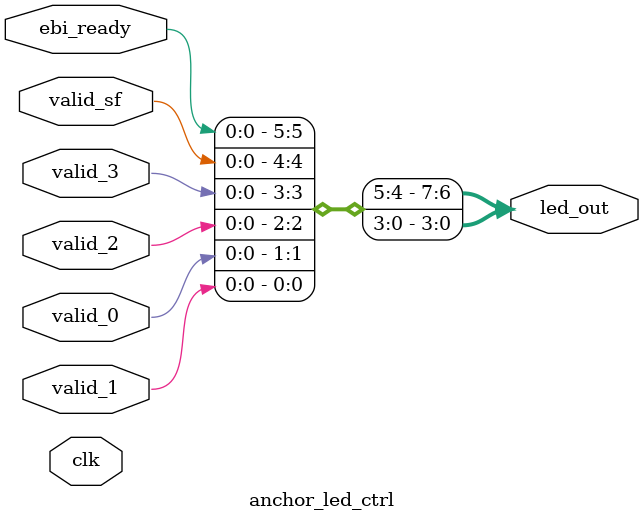
<source format=v>


module anchor_led_ctrl (

  // core interface

  input             clk,

  // data input & output flags

  input             valid_0,
  input             valid_1,
  input             valid_2,
  input             valid_3,
  input             valid_sf,
  input             ebi_ready,

  // voltage & temperature alarms

  // led outputs

  output  [  7:0]   led_out

);

  // assign outputs

  assign led_out[0] = valid_1;
  assign led_out[1] = valid_0;
  assign led_out[2] = valid_2;
  assign led_out[3] = valid_3;
  assign led_out[6] = valid_sf;
  assign led_out[7] = ebi_ready;

endmodule

</source>
